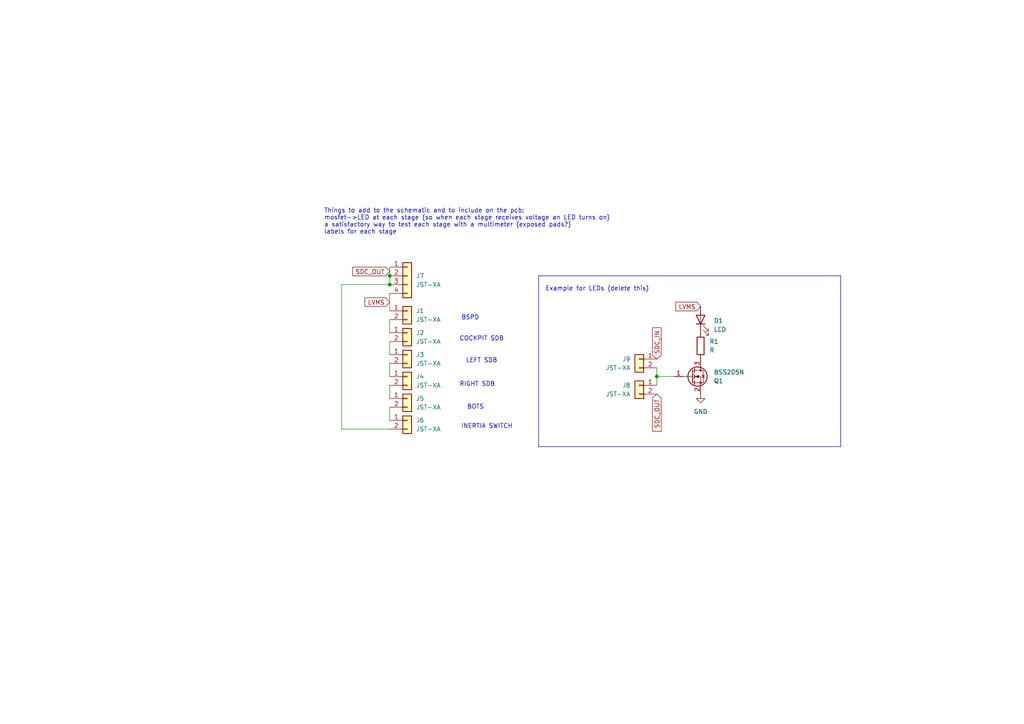
<source format=kicad_sch>
(kicad_sch
	(version 20250114)
	(generator "eeschema")
	(generator_version "9.0")
	(uuid "b296b2e3-589e-4215-8d69-96257576fa6f")
	(paper "A4")
	(lib_symbols
		(symbol "Custom_MSM:Connector_JST-XA_2POS"
			(pin_names
				(offset 1.016)
				(hide yes)
			)
			(exclude_from_sim no)
			(in_bom yes)
			(on_board yes)
			(property "Reference" "J"
				(at 0 2.54 0)
				(effects
					(font
						(size 1.27 1.27)
					)
				)
			)
			(property "Value" "JST-XA"
				(at 0 -5.08 0)
				(effects
					(font
						(size 1.27 1.27)
					)
				)
			)
			(property "Footprint" "Custom_MSM:Connector_JST-XA_2POS"
				(at 0 0 0)
				(effects
					(font
						(size 1.27 1.27)
					)
					(hide yes)
				)
			)
			(property "Datasheet" "https://www.jst.com/wp-content/uploads/2021/01/eXA-WB-new.pdf"
				(at 0 0 0)
				(effects
					(font
						(size 1.27 1.27)
					)
					(hide yes)
				)
			)
			(property "Description" "MSM standard 2-pin JST-XA connector"
				(at 0 0 0)
				(effects
					(font
						(size 1.27 1.27)
					)
					(hide yes)
				)
			)
			(property "MFN" "JST"
				(at 0 0 0)
				(effects
					(font
						(size 1.27 1.27)
					)
					(hide yes)
				)
			)
			(property "MFP" "B02B-XASK-1"
				(at 0 0 0)
				(effects
					(font
						(size 1.27 1.27)
					)
					(hide yes)
				)
			)
			(property "S1PN" "306-B02BXASK1LFSNP"
				(at 0 0 0)
				(effects
					(font
						(size 1.27 1.27)
					)
					(hide yes)
				)
			)
			(property "S1PL" "https://mou.sr/47CbilP"
				(at 0 0 0)
				(effects
					(font
						(size 1.27 1.27)
					)
					(hide yes)
				)
			)
			(property "S2PN" "455-B02B-XASK-1-ND"
				(at 0 0 0)
				(effects
					(font
						(size 1.27 1.27)
					)
					(hide yes)
				)
			)
			(property "S2PL" "https://www.digikey.co.uk/short/91htv4bz"
				(at 0 0 0)
				(effects
					(font
						(size 1.27 1.27)
					)
					(hide yes)
				)
			)
			(property "ki_keywords" "Connector JST XA JST-XA 2pos Vertical"
				(at 0 0 0)
				(effects
					(font
						(size 1.27 1.27)
					)
					(hide yes)
				)
			)
			(property "ki_fp_filters" "Connector*:*_1x??_*"
				(at 0 0 0)
				(effects
					(font
						(size 1.27 1.27)
					)
					(hide yes)
				)
			)
			(symbol "Connector_JST-XA_2POS_1_1"
				(rectangle
					(start -1.27 1.27)
					(end 1.27 -3.81)
					(stroke
						(width 0.254)
						(type default)
					)
					(fill
						(type background)
					)
				)
				(rectangle
					(start -1.27 0.127)
					(end 0 -0.127)
					(stroke
						(width 0.1524)
						(type default)
					)
					(fill
						(type none)
					)
				)
				(rectangle
					(start -1.27 -2.413)
					(end 0 -2.667)
					(stroke
						(width 0.1524)
						(type default)
					)
					(fill
						(type none)
					)
				)
				(pin passive line
					(at -5.08 0 0)
					(length 3.81)
					(name "Pin_1"
						(effects
							(font
								(size 1.27 1.27)
							)
						)
					)
					(number "1"
						(effects
							(font
								(size 1.27 1.27)
							)
						)
					)
				)
				(pin passive line
					(at -5.08 -2.54 0)
					(length 3.81)
					(name "Pin_2"
						(effects
							(font
								(size 1.27 1.27)
							)
						)
					)
					(number "2"
						(effects
							(font
								(size 1.27 1.27)
							)
						)
					)
				)
			)
			(embedded_fonts no)
		)
		(symbol "Custom_MSM:Connector_JST-XA_4POS"
			(pin_names
				(offset 1.016)
				(hide yes)
			)
			(exclude_from_sim no)
			(in_bom yes)
			(on_board yes)
			(property "Reference" "J"
				(at 0 5.08 0)
				(effects
					(font
						(size 1.27 1.27)
					)
				)
			)
			(property "Value" "JST-XA"
				(at 0 -7.62 0)
				(effects
					(font
						(size 1.27 1.27)
					)
				)
			)
			(property "Footprint" "Custom_MSM:Connector_JST-XA_4POS"
				(at 0 0 0)
				(effects
					(font
						(size 1.27 1.27)
					)
					(hide yes)
				)
			)
			(property "Datasheet" "https://www.jst.com/wp-content/uploads/2021/01/eXA-WB-new.pdf"
				(at 0 0 0)
				(effects
					(font
						(size 1.27 1.27)
					)
					(hide yes)
				)
			)
			(property "Description" "MSM standard 4-pin JST-XA connector"
				(at 0 0 0)
				(effects
					(font
						(size 1.27 1.27)
					)
					(hide yes)
				)
			)
			(property "MFN" "JST"
				(at 0 0 0)
				(effects
					(font
						(size 1.27 1.27)
					)
					(hide yes)
				)
			)
			(property "MFP" "B04B-XASK-1"
				(at 0 0 0)
				(effects
					(font
						(size 1.27 1.27)
					)
					(hide yes)
				)
			)
			(property "S1PN" "306-B04BXASK1LFSN"
				(at 0 0 0)
				(effects
					(font
						(size 1.27 1.27)
					)
					(hide yes)
				)
			)
			(property "S1PL" "https://mou.sr/43UoK3k"
				(at 0 0 0)
				(effects
					(font
						(size 1.27 1.27)
					)
					(hide yes)
				)
			)
			(property "S2PN" "455-B04B-XASK-1-ND"
				(at 0 0 0)
				(effects
					(font
						(size 1.27 1.27)
					)
					(hide yes)
				)
			)
			(property "S2PL" "https://www.digikey.co.uk/short/bqqfzrzt"
				(at 0 0 0)
				(effects
					(font
						(size 1.27 1.27)
					)
					(hide yes)
				)
			)
			(property "ki_keywords" "Connector JST XA JST-XA 4pos Vertical"
				(at 0 0 0)
				(effects
					(font
						(size 1.27 1.27)
					)
					(hide yes)
				)
			)
			(property "ki_fp_filters" "Connector*:*_1x??_*"
				(at 0 0 0)
				(effects
					(font
						(size 1.27 1.27)
					)
					(hide yes)
				)
			)
			(symbol "Connector_JST-XA_4POS_1_1"
				(rectangle
					(start -1.27 3.81)
					(end 1.27 -6.35)
					(stroke
						(width 0.254)
						(type default)
					)
					(fill
						(type background)
					)
				)
				(rectangle
					(start -1.27 2.667)
					(end 0 2.413)
					(stroke
						(width 0.1524)
						(type default)
					)
					(fill
						(type none)
					)
				)
				(rectangle
					(start -1.27 0.127)
					(end 0 -0.127)
					(stroke
						(width 0.1524)
						(type default)
					)
					(fill
						(type none)
					)
				)
				(rectangle
					(start -1.27 -2.413)
					(end 0 -2.667)
					(stroke
						(width 0.1524)
						(type default)
					)
					(fill
						(type none)
					)
				)
				(rectangle
					(start -1.27 -4.953)
					(end 0 -5.207)
					(stroke
						(width 0.1524)
						(type default)
					)
					(fill
						(type none)
					)
				)
				(pin passive line
					(at -5.08 2.54 0)
					(length 3.81)
					(name "Pin_1"
						(effects
							(font
								(size 1.27 1.27)
							)
						)
					)
					(number "1"
						(effects
							(font
								(size 1.27 1.27)
							)
						)
					)
				)
				(pin passive line
					(at -5.08 0 0)
					(length 3.81)
					(name "Pin_2"
						(effects
							(font
								(size 1.27 1.27)
							)
						)
					)
					(number "2"
						(effects
							(font
								(size 1.27 1.27)
							)
						)
					)
				)
				(pin passive line
					(at -5.08 -2.54 0)
					(length 3.81)
					(name "Pin_3"
						(effects
							(font
								(size 1.27 1.27)
							)
						)
					)
					(number "3"
						(effects
							(font
								(size 1.27 1.27)
							)
						)
					)
				)
				(pin passive line
					(at -5.08 -5.08 0)
					(length 3.81)
					(name "Pin_4"
						(effects
							(font
								(size 1.27 1.27)
							)
						)
					)
					(number "4"
						(effects
							(font
								(size 1.27 1.27)
							)
						)
					)
				)
			)
			(embedded_fonts no)
		)
		(symbol "Custom_MSM:MOSFET_N-CH"
			(pin_names
				(offset 0)
				(hide yes)
			)
			(exclude_from_sim no)
			(in_bom yes)
			(on_board yes)
			(property "Reference" "Q"
				(at 5.08 1.905 0)
				(effects
					(font
						(size 1.27 1.27)
					)
					(justify left)
				)
			)
			(property "Value" "BSS205N"
				(at 5.08 0 0)
				(effects
					(font
						(size 1.27 1.27)
					)
					(justify left)
				)
			)
			(property "Footprint" "Custom_MSM:MOSFET_Single_SOT-23"
				(at 5.08 2.54 0)
				(effects
					(font
						(size 1.27 1.27)
					)
					(hide yes)
				)
			)
			(property "Datasheet" "https://www.infineon.com/dgdl/BSS205N_Rev2.4.pdf?folderId=db3a3043156fd573011622e10b5c1f67&fileId=db3a304330f686060131091244950062"
				(at 0 0 0)
				(effects
					(font
						(size 1.27 1.27)
					)
					(hide yes)
				)
			)
			(property "Description" "MSM standard 3-pin N-Channel MOSFET"
				(at 0 0 0)
				(effects
					(font
						(size 1.27 1.27)
					)
					(hide yes)
				)
			)
			(property "MFN" "Infineon"
				(at 0 0 0)
				(effects
					(font
						(size 1.27 1.27)
					)
					(hide yes)
				)
			)
			(property "MFP" "BSS205NH6327XTSA1"
				(at 0 0 0)
				(effects
					(font
						(size 1.27 1.27)
					)
					(hide yes)
				)
			)
			(property "S1PN" "726-BSS205NH6327"
				(at 0 0 0)
				(effects
					(font
						(size 1.27 1.27)
					)
					(hide yes)
				)
			)
			(property "S1PL" "https://mou.sr/3WyFwkN"
				(at 0 0 0)
				(effects
					(font
						(size 1.27 1.27)
					)
					(hide yes)
				)
			)
			(property "S2PN" "BSS205NH6327XTSA1CT-ND"
				(at 0 0 0)
				(effects
					(font
						(size 1.27 1.27)
					)
					(hide yes)
				)
			)
			(property "S2PL" "https://www.digikey.co.uk/short/wdw0q373"
				(at 0 0 0)
				(effects
					(font
						(size 1.27 1.27)
					)
					(hide yes)
				)
			)
			(property "ki_keywords" "TSOT-23 SOT-23 MOSFET Single FET P-Channel N-Channel P N Channel"
				(at 0 0 0)
				(effects
					(font
						(size 1.27 1.27)
					)
					(hide yes)
				)
			)
			(symbol "MOSFET_N-CH_0_1"
				(polyline
					(pts
						(xy 0.254 1.905) (xy 0.254 -1.905)
					)
					(stroke
						(width 0.254)
						(type default)
					)
					(fill
						(type none)
					)
				)
				(polyline
					(pts
						(xy 0.254 0) (xy -2.54 0)
					)
					(stroke
						(width 0)
						(type default)
					)
					(fill
						(type none)
					)
				)
				(polyline
					(pts
						(xy 0.762 2.286) (xy 0.762 1.27)
					)
					(stroke
						(width 0.254)
						(type default)
					)
					(fill
						(type none)
					)
				)
				(polyline
					(pts
						(xy 0.762 0.508) (xy 0.762 -0.508)
					)
					(stroke
						(width 0.254)
						(type default)
					)
					(fill
						(type none)
					)
				)
				(polyline
					(pts
						(xy 0.762 -1.27) (xy 0.762 -2.286)
					)
					(stroke
						(width 0.254)
						(type default)
					)
					(fill
						(type none)
					)
				)
				(polyline
					(pts
						(xy 0.762 -1.778) (xy 3.302 -1.778) (xy 3.302 1.778) (xy 0.762 1.778)
					)
					(stroke
						(width 0)
						(type default)
					)
					(fill
						(type none)
					)
				)
				(polyline
					(pts
						(xy 1.016 0) (xy 2.032 0.381) (xy 2.032 -0.381) (xy 1.016 0)
					)
					(stroke
						(width 0)
						(type default)
					)
					(fill
						(type outline)
					)
				)
				(circle
					(center 1.651 0)
					(radius 2.794)
					(stroke
						(width 0.254)
						(type default)
					)
					(fill
						(type none)
					)
				)
				(polyline
					(pts
						(xy 2.54 2.54) (xy 2.54 1.778)
					)
					(stroke
						(width 0)
						(type default)
					)
					(fill
						(type none)
					)
				)
				(circle
					(center 2.54 1.778)
					(radius 0.254)
					(stroke
						(width 0)
						(type default)
					)
					(fill
						(type outline)
					)
				)
				(circle
					(center 2.54 -1.778)
					(radius 0.254)
					(stroke
						(width 0)
						(type default)
					)
					(fill
						(type outline)
					)
				)
				(polyline
					(pts
						(xy 2.54 -2.54) (xy 2.54 0) (xy 0.762 0)
					)
					(stroke
						(width 0)
						(type default)
					)
					(fill
						(type none)
					)
				)
				(polyline
					(pts
						(xy 2.921 0.381) (xy 3.683 0.381)
					)
					(stroke
						(width 0)
						(type default)
					)
					(fill
						(type none)
					)
				)
				(polyline
					(pts
						(xy 3.302 0.381) (xy 2.921 -0.254) (xy 3.683 -0.254) (xy 3.302 0.381)
					)
					(stroke
						(width 0)
						(type default)
					)
					(fill
						(type none)
					)
				)
			)
			(symbol "MOSFET_N-CH_1_1"
				(pin input line
					(at -5.08 0 0)
					(length 2.54)
					(name "G"
						(effects
							(font
								(size 1.27 1.27)
							)
						)
					)
					(number "1"
						(effects
							(font
								(size 1.27 1.27)
							)
						)
					)
				)
				(pin passive line
					(at 2.54 5.08 270)
					(length 2.54)
					(name "D"
						(effects
							(font
								(size 1.27 1.27)
							)
						)
					)
					(number "3"
						(effects
							(font
								(size 1.27 1.27)
							)
						)
					)
				)
				(pin passive line
					(at 2.54 -5.08 90)
					(length 2.54)
					(name "S"
						(effects
							(font
								(size 1.27 1.27)
							)
						)
					)
					(number "2"
						(effects
							(font
								(size 1.27 1.27)
							)
						)
					)
				)
			)
			(embedded_fonts no)
		)
		(symbol "Device:LED"
			(pin_numbers
				(hide yes)
			)
			(pin_names
				(offset 1.016)
				(hide yes)
			)
			(exclude_from_sim no)
			(in_bom yes)
			(on_board yes)
			(property "Reference" "D"
				(at 0 2.54 0)
				(effects
					(font
						(size 1.27 1.27)
					)
				)
			)
			(property "Value" "LED"
				(at 0 -2.54 0)
				(effects
					(font
						(size 1.27 1.27)
					)
				)
			)
			(property "Footprint" ""
				(at 0 0 0)
				(effects
					(font
						(size 1.27 1.27)
					)
					(hide yes)
				)
			)
			(property "Datasheet" "~"
				(at 0 0 0)
				(effects
					(font
						(size 1.27 1.27)
					)
					(hide yes)
				)
			)
			(property "Description" "Light emitting diode"
				(at 0 0 0)
				(effects
					(font
						(size 1.27 1.27)
					)
					(hide yes)
				)
			)
			(property "Sim.Pins" "1=K 2=A"
				(at 0 0 0)
				(effects
					(font
						(size 1.27 1.27)
					)
					(hide yes)
				)
			)
			(property "ki_keywords" "LED diode"
				(at 0 0 0)
				(effects
					(font
						(size 1.27 1.27)
					)
					(hide yes)
				)
			)
			(property "ki_fp_filters" "LED* LED_SMD:* LED_THT:*"
				(at 0 0 0)
				(effects
					(font
						(size 1.27 1.27)
					)
					(hide yes)
				)
			)
			(symbol "LED_0_1"
				(polyline
					(pts
						(xy -3.048 -0.762) (xy -4.572 -2.286) (xy -3.81 -2.286) (xy -4.572 -2.286) (xy -4.572 -1.524)
					)
					(stroke
						(width 0)
						(type default)
					)
					(fill
						(type none)
					)
				)
				(polyline
					(pts
						(xy -1.778 -0.762) (xy -3.302 -2.286) (xy -2.54 -2.286) (xy -3.302 -2.286) (xy -3.302 -1.524)
					)
					(stroke
						(width 0)
						(type default)
					)
					(fill
						(type none)
					)
				)
				(polyline
					(pts
						(xy -1.27 0) (xy 1.27 0)
					)
					(stroke
						(width 0)
						(type default)
					)
					(fill
						(type none)
					)
				)
				(polyline
					(pts
						(xy -1.27 -1.27) (xy -1.27 1.27)
					)
					(stroke
						(width 0.254)
						(type default)
					)
					(fill
						(type none)
					)
				)
				(polyline
					(pts
						(xy 1.27 -1.27) (xy 1.27 1.27) (xy -1.27 0) (xy 1.27 -1.27)
					)
					(stroke
						(width 0.254)
						(type default)
					)
					(fill
						(type none)
					)
				)
			)
			(symbol "LED_1_1"
				(pin passive line
					(at -3.81 0 0)
					(length 2.54)
					(name "K"
						(effects
							(font
								(size 1.27 1.27)
							)
						)
					)
					(number "1"
						(effects
							(font
								(size 1.27 1.27)
							)
						)
					)
				)
				(pin passive line
					(at 3.81 0 180)
					(length 2.54)
					(name "A"
						(effects
							(font
								(size 1.27 1.27)
							)
						)
					)
					(number "2"
						(effects
							(font
								(size 1.27 1.27)
							)
						)
					)
				)
			)
			(embedded_fonts no)
		)
		(symbol "Device:R"
			(pin_numbers
				(hide yes)
			)
			(pin_names
				(offset 0)
			)
			(exclude_from_sim no)
			(in_bom yes)
			(on_board yes)
			(property "Reference" "R"
				(at 2.032 0 90)
				(effects
					(font
						(size 1.27 1.27)
					)
				)
			)
			(property "Value" "R"
				(at 0 0 90)
				(effects
					(font
						(size 1.27 1.27)
					)
				)
			)
			(property "Footprint" ""
				(at -1.778 0 90)
				(effects
					(font
						(size 1.27 1.27)
					)
					(hide yes)
				)
			)
			(property "Datasheet" "~"
				(at 0 0 0)
				(effects
					(font
						(size 1.27 1.27)
					)
					(hide yes)
				)
			)
			(property "Description" "Resistor"
				(at 0 0 0)
				(effects
					(font
						(size 1.27 1.27)
					)
					(hide yes)
				)
			)
			(property "ki_keywords" "R res resistor"
				(at 0 0 0)
				(effects
					(font
						(size 1.27 1.27)
					)
					(hide yes)
				)
			)
			(property "ki_fp_filters" "R_*"
				(at 0 0 0)
				(effects
					(font
						(size 1.27 1.27)
					)
					(hide yes)
				)
			)
			(symbol "R_0_1"
				(rectangle
					(start -1.016 -2.54)
					(end 1.016 2.54)
					(stroke
						(width 0.254)
						(type default)
					)
					(fill
						(type none)
					)
				)
			)
			(symbol "R_1_1"
				(pin passive line
					(at 0 3.81 270)
					(length 1.27)
					(name "~"
						(effects
							(font
								(size 1.27 1.27)
							)
						)
					)
					(number "1"
						(effects
							(font
								(size 1.27 1.27)
							)
						)
					)
				)
				(pin passive line
					(at 0 -3.81 90)
					(length 1.27)
					(name "~"
						(effects
							(font
								(size 1.27 1.27)
							)
						)
					)
					(number "2"
						(effects
							(font
								(size 1.27 1.27)
							)
						)
					)
				)
			)
			(embedded_fonts no)
		)
		(symbol "power:GND"
			(power)
			(pin_numbers
				(hide yes)
			)
			(pin_names
				(offset 0)
				(hide yes)
			)
			(exclude_from_sim no)
			(in_bom yes)
			(on_board yes)
			(property "Reference" "#PWR"
				(at 0 -6.35 0)
				(effects
					(font
						(size 1.27 1.27)
					)
					(hide yes)
				)
			)
			(property "Value" "GND"
				(at 0 -3.81 0)
				(effects
					(font
						(size 1.27 1.27)
					)
				)
			)
			(property "Footprint" ""
				(at 0 0 0)
				(effects
					(font
						(size 1.27 1.27)
					)
					(hide yes)
				)
			)
			(property "Datasheet" ""
				(at 0 0 0)
				(effects
					(font
						(size 1.27 1.27)
					)
					(hide yes)
				)
			)
			(property "Description" "Power symbol creates a global label with name \"GND\" , ground"
				(at 0 0 0)
				(effects
					(font
						(size 1.27 1.27)
					)
					(hide yes)
				)
			)
			(property "ki_keywords" "global power"
				(at 0 0 0)
				(effects
					(font
						(size 1.27 1.27)
					)
					(hide yes)
				)
			)
			(symbol "GND_0_1"
				(polyline
					(pts
						(xy 0 0) (xy 0 -1.27) (xy 1.27 -1.27) (xy 0 -2.54) (xy -1.27 -1.27) (xy 0 -1.27)
					)
					(stroke
						(width 0)
						(type default)
					)
					(fill
						(type none)
					)
				)
			)
			(symbol "GND_1_1"
				(pin power_in line
					(at 0 0 270)
					(length 0)
					(name "~"
						(effects
							(font
								(size 1.27 1.27)
							)
						)
					)
					(number "1"
						(effects
							(font
								(size 1.27 1.27)
							)
						)
					)
				)
			)
			(embedded_fonts no)
		)
	)
	(rectangle
		(start 156.21 80.01)
		(end 243.84 129.54)
		(stroke
			(width 0)
			(type default)
		)
		(fill
			(type none)
		)
		(uuid deed4acc-18e6-49ef-aa66-ae6c8f3b8e3a)
	)
	(text "LEFT SDB\n"
		(exclude_from_sim no)
		(at 139.7 104.648 0)
		(effects
			(font
				(size 1.27 1.27)
			)
		)
		(uuid "00606e22-d457-4c2f-a312-d060fe5388ed")
	)
	(text "BOTS"
		(exclude_from_sim no)
		(at 137.922 118.11 0)
		(effects
			(font
				(size 1.27 1.27)
			)
		)
		(uuid "08f0f193-25f2-4ce0-83e1-a389f688a4e5")
	)
	(text "Things to add to the schematic and to include on the pcb:\nmosfet->LED at each stage (so when each stage receives voltage an LED turns on)\na satisfactory way to test each stage with a multimeter (exposed pads?)\nlabels for each stage"
		(exclude_from_sim no)
		(at 93.98 64.262 0)
		(effects
			(font
				(size 1.27 1.27)
			)
			(justify left)
		)
		(uuid "183806e1-24b3-4bec-a5b8-6f1b290eb42d")
	)
	(text "INERTIA SWITCH"
		(exclude_from_sim no)
		(at 141.224 123.698 0)
		(effects
			(font
				(size 1.27 1.27)
			)
		)
		(uuid "2e8d075c-333c-4f6d-b1c1-0b9da2759d78")
	)
	(text "RIGHT SDB"
		(exclude_from_sim no)
		(at 138.43 111.506 0)
		(effects
			(font
				(size 1.27 1.27)
			)
		)
		(uuid "377e1af1-40b8-4145-b464-4893f5d438a3")
	)
	(text "BSPD"
		(exclude_from_sim no)
		(at 136.398 92.202 0)
		(effects
			(font
				(size 1.27 1.27)
			)
		)
		(uuid "42d543a2-259f-4135-8f76-7162f8ec79aa")
	)
	(text "Example for LEDs (delete this)"
		(exclude_from_sim no)
		(at 173.228 83.82 0)
		(effects
			(font
				(size 1.27 1.27)
			)
		)
		(uuid "6d14f871-1949-4d83-b2af-d51065fdfe08")
	)
	(text "COCKPIT SDB"
		(exclude_from_sim no)
		(at 139.7 98.298 0)
		(effects
			(font
				(size 1.27 1.27)
			)
		)
		(uuid "822ee22f-6056-435a-98f2-eae726a187b3")
	)
	(junction
		(at 113.03 80.01)
		(diameter 0)
		(color 0 0 0 0)
		(uuid "33a310d4-f664-4823-9b44-4215370e87ac")
	)
	(junction
		(at 190.5 109.22)
		(diameter 0)
		(color 0 0 0 0)
		(uuid "3630ecd4-6051-48c1-bf20-bd41879288b3")
	)
	(junction
		(at 113.03 82.55)
		(diameter 0)
		(color 0 0 0 0)
		(uuid "d4d6066b-02f4-495a-9bec-81b470f6d1d9")
	)
	(wire
		(pts
			(xy 113.03 85.09) (xy 113.03 90.17)
		)
		(stroke
			(width 0)
			(type default)
		)
		(uuid "03c03999-5bf8-4e0b-97ed-542e715b09d7")
	)
	(wire
		(pts
			(xy 195.58 109.22) (xy 190.5 109.22)
		)
		(stroke
			(width 0)
			(type default)
		)
		(uuid "0454aa23-cc8b-4eec-9b87-bbe9da0585fc")
	)
	(wire
		(pts
			(xy 113.03 118.11) (xy 113.03 121.92)
		)
		(stroke
			(width 0)
			(type default)
		)
		(uuid "0f3021f7-d067-421a-abe4-0493ce629d12")
	)
	(wire
		(pts
			(xy 99.06 82.55) (xy 113.03 82.55)
		)
		(stroke
			(width 0)
			(type default)
		)
		(uuid "11bf50ed-51fd-4286-a7c1-93618391f0e1")
	)
	(wire
		(pts
			(xy 113.03 124.46) (xy 99.06 124.46)
		)
		(stroke
			(width 0)
			(type default)
		)
		(uuid "1ddfe3f2-3e0e-4ed6-8381-671c2a519f52")
	)
	(wire
		(pts
			(xy 113.03 92.71) (xy 113.03 96.52)
		)
		(stroke
			(width 0)
			(type default)
		)
		(uuid "21735cea-9e9a-4cc4-b0d2-de6148a66026")
	)
	(wire
		(pts
			(xy 113.03 111.76) (xy 113.03 115.57)
		)
		(stroke
			(width 0)
			(type default)
		)
		(uuid "3adef1fe-c95a-4c99-acca-8da9d47c28a9")
	)
	(wire
		(pts
			(xy 99.06 124.46) (xy 99.06 82.55)
		)
		(stroke
			(width 0)
			(type default)
		)
		(uuid "4a309972-d99c-4266-8e05-7e06164ea898")
	)
	(wire
		(pts
			(xy 190.5 111.76) (xy 190.5 109.22)
		)
		(stroke
			(width 0)
			(type default)
		)
		(uuid "6752269a-41d0-4cf5-82ba-c769d85dbab8")
	)
	(wire
		(pts
			(xy 113.03 77.47) (xy 113.03 80.01)
		)
		(stroke
			(width 0)
			(type default)
		)
		(uuid "8e943df9-cc83-4bb4-a26e-78afaceb33a1")
	)
	(wire
		(pts
			(xy 113.03 99.06) (xy 113.03 102.87)
		)
		(stroke
			(width 0)
			(type default)
		)
		(uuid "a01cce55-a5c8-4bb3-84da-01f5b09cf606")
	)
	(wire
		(pts
			(xy 190.5 109.22) (xy 190.5 106.68)
		)
		(stroke
			(width 0)
			(type default)
		)
		(uuid "c999c17c-c194-4a5b-b38c-03dab300beed")
	)
	(wire
		(pts
			(xy 113.03 80.01) (xy 113.03 82.55)
		)
		(stroke
			(width 0)
			(type default)
		)
		(uuid "e808eb38-3c45-400a-b98b-6738d775441c")
	)
	(wire
		(pts
			(xy 113.03 105.41) (xy 113.03 109.22)
		)
		(stroke
			(width 0)
			(type default)
		)
		(uuid "ecba32fc-1737-48c3-9e1b-eee4d2fca819")
	)
	(global_label "LVMS"
		(shape input)
		(at 113.03 87.63 180)
		(fields_autoplaced yes)
		(effects
			(font
				(size 1.27 1.27)
			)
			(justify right)
		)
		(uuid "1809195d-069a-4668-bd9c-81f5cbb12fcb")
		(property "Intersheetrefs" "${INTERSHEET_REFS}"
			(at 105.2672 87.63 0)
			(effects
				(font
					(size 1.27 1.27)
				)
				(justify right)
				(hide yes)
			)
		)
	)
	(global_label "LVMS"
		(shape input)
		(at 203.2 88.9 180)
		(fields_autoplaced yes)
		(effects
			(font
				(size 1.27 1.27)
			)
			(justify right)
		)
		(uuid "7ffe4586-5d03-431d-9aa6-0a22c9df9fbf")
		(property "Intersheetrefs" "${INTERSHEET_REFS}"
			(at 195.4372 88.9 0)
			(effects
				(font
					(size 1.27 1.27)
				)
				(justify right)
				(hide yes)
			)
		)
	)
	(global_label "SDC_IN"
		(shape input)
		(at 190.5 104.14 90)
		(fields_autoplaced yes)
		(effects
			(font
				(size 1.27 1.27)
			)
			(justify left)
		)
		(uuid "87d5de69-c43a-4760-8c91-b649cbc5616e")
		(property "Intersheetrefs" "${INTERSHEET_REFS}"
			(at 190.5 94.5024 90)
			(effects
				(font
					(size 1.27 1.27)
				)
				(justify left)
				(hide yes)
			)
		)
	)
	(global_label "SDC_OUT"
		(shape input)
		(at 190.5 114.3 270)
		(fields_autoplaced yes)
		(effects
			(font
				(size 1.27 1.27)
			)
			(justify right)
		)
		(uuid "a989f5a9-7fbb-4ce8-bd81-d67d8eadca54")
		(property "Intersheetrefs" "${INTERSHEET_REFS}"
			(at 190.5 125.6309 90)
			(effects
				(font
					(size 1.27 1.27)
				)
				(justify right)
				(hide yes)
			)
		)
	)
	(global_label "SDC_OUT"
		(shape input)
		(at 113.03 78.74 180)
		(fields_autoplaced yes)
		(effects
			(font
				(size 1.27 1.27)
			)
			(justify right)
		)
		(uuid "fede0e70-6df1-4b82-8699-df22ae3cd91d")
		(property "Intersheetrefs" "${INTERSHEET_REFS}"
			(at 101.6991 78.74 0)
			(effects
				(font
					(size 1.27 1.27)
				)
				(justify right)
				(hide yes)
			)
		)
	)
	(symbol
		(lib_id "Device:LED")
		(at 203.2 92.71 90)
		(unit 1)
		(exclude_from_sim no)
		(in_bom yes)
		(on_board yes)
		(dnp no)
		(fields_autoplaced yes)
		(uuid "063e4a91-f6aa-46c8-8ea0-ba95f6cef89e")
		(property "Reference" "D1"
			(at 207.01 93.0274 90)
			(effects
				(font
					(size 1.27 1.27)
				)
				(justify right)
			)
		)
		(property "Value" "LED"
			(at 207.01 95.5674 90)
			(effects
				(font
					(size 1.27 1.27)
				)
				(justify right)
			)
		)
		(property "Footprint" ""
			(at 203.2 92.71 0)
			(effects
				(font
					(size 1.27 1.27)
				)
				(hide yes)
			)
		)
		(property "Datasheet" "~"
			(at 203.2 92.71 0)
			(effects
				(font
					(size 1.27 1.27)
				)
				(hide yes)
			)
		)
		(property "Description" "Light emitting diode"
			(at 203.2 92.71 0)
			(effects
				(font
					(size 1.27 1.27)
				)
				(hide yes)
			)
		)
		(property "Sim.Pins" "1=K 2=A"
			(at 203.2 92.71 0)
			(effects
				(font
					(size 1.27 1.27)
				)
				(hide yes)
			)
		)
		(pin "1"
			(uuid "551cd0c4-22c3-4b4e-b745-9471aaf0a3d7")
		)
		(pin "2"
			(uuid "718922b6-a152-4bc5-a5b7-d05cb4a90a22")
		)
		(instances
			(project ""
				(path "/b296b2e3-589e-4215-8d69-96257576fa6f"
					(reference "D1")
					(unit 1)
				)
			)
		)
	)
	(symbol
		(lib_id "Custom_MSM:Connector_JST-XA_2POS")
		(at 185.42 104.14 0)
		(mirror y)
		(unit 1)
		(exclude_from_sim no)
		(in_bom yes)
		(on_board yes)
		(dnp no)
		(uuid "1026d747-9eed-42ca-80d7-d2b1e272fb69")
		(property "Reference" "J9"
			(at 182.88 104.1399 0)
			(effects
				(font
					(size 1.27 1.27)
				)
				(justify left)
			)
		)
		(property "Value" "JST-XA"
			(at 182.88 106.6799 0)
			(effects
				(font
					(size 1.27 1.27)
				)
				(justify left)
			)
		)
		(property "Footprint" "Custom_MSM:Connector_JST-XA_2POS"
			(at 185.42 104.14 0)
			(effects
				(font
					(size 1.27 1.27)
				)
				(hide yes)
			)
		)
		(property "Datasheet" "https://www.jst.com/wp-content/uploads/2021/01/eXA-WB-new.pdf"
			(at 185.42 104.14 0)
			(effects
				(font
					(size 1.27 1.27)
				)
				(hide yes)
			)
		)
		(property "Description" "MSM standard 2-pin JST-XA connector"
			(at 185.42 104.14 0)
			(effects
				(font
					(size 1.27 1.27)
				)
				(hide yes)
			)
		)
		(property "MFN" "JST"
			(at 185.42 104.14 0)
			(effects
				(font
					(size 1.27 1.27)
				)
				(hide yes)
			)
		)
		(property "MFP" "B02B-XASK-1"
			(at 185.42 104.14 0)
			(effects
				(font
					(size 1.27 1.27)
				)
				(hide yes)
			)
		)
		(property "S1PN" "306-B02BXASK1LFSNP"
			(at 185.42 104.14 0)
			(effects
				(font
					(size 1.27 1.27)
				)
				(hide yes)
			)
		)
		(property "S1PL" "https://mou.sr/47CbilP"
			(at 185.42 104.14 0)
			(effects
				(font
					(size 1.27 1.27)
				)
				(hide yes)
			)
		)
		(property "S2PN" "455-B02B-XASK-1-ND"
			(at 185.42 104.14 0)
			(effects
				(font
					(size 1.27 1.27)
				)
				(hide yes)
			)
		)
		(property "S2PL" "https://www.digikey.co.uk/short/91htv4bz"
			(at 185.42 104.14 0)
			(effects
				(font
					(size 1.27 1.27)
				)
				(hide yes)
			)
		)
		(pin "1"
			(uuid "74c7ba88-ada9-4eff-b589-3c0f12defd0d")
		)
		(pin "2"
			(uuid "b719ecf5-9cb7-4181-b2ae-d94e2d6c2408")
		)
		(instances
			(project "IC_SDC_Hub V2.0"
				(path "/b296b2e3-589e-4215-8d69-96257576fa6f"
					(reference "J9")
					(unit 1)
				)
			)
		)
	)
	(symbol
		(lib_id "Device:R")
		(at 203.2 100.33 0)
		(unit 1)
		(exclude_from_sim no)
		(in_bom no)
		(on_board no)
		(dnp no)
		(fields_autoplaced yes)
		(uuid "10dea782-aa51-43c6-a6d7-3b89e8749954")
		(property "Reference" "R1"
			(at 205.74 99.0599 0)
			(effects
				(font
					(size 1.27 1.27)
				)
				(justify left)
			)
		)
		(property "Value" "R"
			(at 205.74 101.5999 0)
			(effects
				(font
					(size 1.27 1.27)
				)
				(justify left)
			)
		)
		(property "Footprint" ""
			(at 201.422 100.33 90)
			(effects
				(font
					(size 1.27 1.27)
				)
				(hide yes)
			)
		)
		(property "Datasheet" "~"
			(at 203.2 100.33 0)
			(effects
				(font
					(size 1.27 1.27)
				)
				(hide yes)
			)
		)
		(property "Description" "Resistor"
			(at 203.2 100.33 0)
			(effects
				(font
					(size 1.27 1.27)
				)
				(hide yes)
			)
		)
		(pin "1"
			(uuid "cc6bb1a0-34f8-4189-975b-270c61858f86")
		)
		(pin "2"
			(uuid "d07348b8-b79c-49c9-95ac-5c0c45f497f9")
		)
		(instances
			(project ""
				(path "/b296b2e3-589e-4215-8d69-96257576fa6f"
					(reference "R1")
					(unit 1)
				)
			)
		)
	)
	(symbol
		(lib_id "Custom_MSM:Connector_JST-XA_4POS")
		(at 118.11 80.01 0)
		(unit 1)
		(exclude_from_sim no)
		(in_bom yes)
		(on_board yes)
		(dnp no)
		(fields_autoplaced yes)
		(uuid "28a4c6fb-d315-4408-bbec-f9574fc868d2")
		(property "Reference" "J7"
			(at 120.65 80.0099 0)
			(effects
				(font
					(size 1.27 1.27)
				)
				(justify left)
			)
		)
		(property "Value" "JST-XA"
			(at 120.65 82.5499 0)
			(effects
				(font
					(size 1.27 1.27)
				)
				(justify left)
			)
		)
		(property "Footprint" "Custom_MSM:Connector_JST-XA_4POS"
			(at 118.11 80.01 0)
			(effects
				(font
					(size 1.27 1.27)
				)
				(hide yes)
			)
		)
		(property "Datasheet" "https://www.jst.com/wp-content/uploads/2021/01/eXA-WB-new.pdf"
			(at 118.11 80.01 0)
			(effects
				(font
					(size 1.27 1.27)
				)
				(hide yes)
			)
		)
		(property "Description" "MSM standard 4-pin JST-XA connector"
			(at 118.11 80.01 0)
			(effects
				(font
					(size 1.27 1.27)
				)
				(hide yes)
			)
		)
		(property "MFN" "JST"
			(at 118.11 80.01 0)
			(effects
				(font
					(size 1.27 1.27)
				)
				(hide yes)
			)
		)
		(property "MFP" "B04B-XASK-1"
			(at 118.11 80.01 0)
			(effects
				(font
					(size 1.27 1.27)
				)
				(hide yes)
			)
		)
		(property "S1PN" "306-B04BXASK1LFSN"
			(at 118.11 80.01 0)
			(effects
				(font
					(size 1.27 1.27)
				)
				(hide yes)
			)
		)
		(property "S1PL" "https://mou.sr/43UoK3k"
			(at 118.11 80.01 0)
			(effects
				(font
					(size 1.27 1.27)
				)
				(hide yes)
			)
		)
		(property "S2PN" "455-B04B-XASK-1-ND"
			(at 118.11 80.01 0)
			(effects
				(font
					(size 1.27 1.27)
				)
				(hide yes)
			)
		)
		(property "S2PL" "https://www.digikey.co.uk/short/bqqfzrzt"
			(at 118.11 80.01 0)
			(effects
				(font
					(size 1.27 1.27)
				)
				(hide yes)
			)
		)
		(pin "2"
			(uuid "db968958-bb64-46cc-a695-2e5dfa5dd847")
		)
		(pin "3"
			(uuid "2dce5099-36a1-4c95-8840-8ab7247d761f")
		)
		(pin "4"
			(uuid "a8efb6d6-6486-4780-99d3-d2029d43b731")
		)
		(pin "1"
			(uuid "c9500183-6415-47df-ad1f-3f9317f8e75c")
		)
		(instances
			(project ""
				(path "/b296b2e3-589e-4215-8d69-96257576fa6f"
					(reference "J7")
					(unit 1)
				)
			)
		)
	)
	(symbol
		(lib_id "Custom_MSM:MOSFET_N-CH")
		(at 200.66 109.22 0)
		(unit 1)
		(exclude_from_sim no)
		(in_bom no)
		(on_board no)
		(dnp no)
		(fields_autoplaced yes)
		(uuid "2933cd71-3ab1-4a1a-a101-391d8e29f3bf")
		(property "Reference" "Q1"
			(at 207.01 110.4901 0)
			(effects
				(font
					(size 1.27 1.27)
				)
				(justify left)
			)
		)
		(property "Value" "BSS205N"
			(at 207.01 107.9501 0)
			(effects
				(font
					(size 1.27 1.27)
				)
				(justify left)
			)
		)
		(property "Footprint" "Custom_MSM:MOSFET_Single_SOT-23"
			(at 205.74 106.68 0)
			(effects
				(font
					(size 1.27 1.27)
				)
				(hide yes)
			)
		)
		(property "Datasheet" "https://www.infineon.com/dgdl/BSS205N_Rev2.4.pdf?folderId=db3a3043156fd573011622e10b5c1f67&fileId=db3a304330f686060131091244950062"
			(at 200.66 109.22 0)
			(effects
				(font
					(size 1.27 1.27)
				)
				(hide yes)
			)
		)
		(property "Description" "MSM standard 3-pin N-Channel MOSFET"
			(at 200.66 109.22 0)
			(effects
				(font
					(size 1.27 1.27)
				)
				(hide yes)
			)
		)
		(property "MFN" "Infineon"
			(at 200.66 109.22 0)
			(effects
				(font
					(size 1.27 1.27)
				)
				(hide yes)
			)
		)
		(property "MFP" "BSS205NH6327XTSA1"
			(at 200.66 109.22 0)
			(effects
				(font
					(size 1.27 1.27)
				)
				(hide yes)
			)
		)
		(property "S1PN" "726-BSS205NH6327"
			(at 200.66 109.22 0)
			(effects
				(font
					(size 1.27 1.27)
				)
				(hide yes)
			)
		)
		(property "S1PL" "https://mou.sr/3WyFwkN"
			(at 200.66 109.22 0)
			(effects
				(font
					(size 1.27 1.27)
				)
				(hide yes)
			)
		)
		(property "S2PN" "BSS205NH6327XTSA1CT-ND"
			(at 200.66 109.22 0)
			(effects
				(font
					(size 1.27 1.27)
				)
				(hide yes)
			)
		)
		(property "S2PL" "https://www.digikey.co.uk/short/wdw0q373"
			(at 200.66 109.22 0)
			(effects
				(font
					(size 1.27 1.27)
				)
				(hide yes)
			)
		)
		(pin "1"
			(uuid "0cfcdf65-8707-4aee-aa61-6dc53ebb751b")
		)
		(pin "2"
			(uuid "7dd75047-db00-4935-80c9-635ea11012bf")
		)
		(pin "3"
			(uuid "fc330680-60e5-4ccf-9632-cd037b5e9ae6")
		)
		(instances
			(project ""
				(path "/b296b2e3-589e-4215-8d69-96257576fa6f"
					(reference "Q1")
					(unit 1)
				)
			)
		)
	)
	(symbol
		(lib_id "Custom_MSM:Connector_JST-XA_2POS")
		(at 185.42 111.76 0)
		(mirror y)
		(unit 1)
		(exclude_from_sim no)
		(in_bom yes)
		(on_board yes)
		(dnp no)
		(uuid "294b4f02-b894-4d75-82d2-0a89de90d7ff")
		(property "Reference" "J8"
			(at 182.88 111.7599 0)
			(effects
				(font
					(size 1.27 1.27)
				)
				(justify left)
			)
		)
		(property "Value" "JST-XA"
			(at 182.88 114.2999 0)
			(effects
				(font
					(size 1.27 1.27)
				)
				(justify left)
			)
		)
		(property "Footprint" "Custom_MSM:Connector_JST-XA_2POS"
			(at 185.42 111.76 0)
			(effects
				(font
					(size 1.27 1.27)
				)
				(hide yes)
			)
		)
		(property "Datasheet" "https://www.jst.com/wp-content/uploads/2021/01/eXA-WB-new.pdf"
			(at 185.42 111.76 0)
			(effects
				(font
					(size 1.27 1.27)
				)
				(hide yes)
			)
		)
		(property "Description" "MSM standard 2-pin JST-XA connector"
			(at 185.42 111.76 0)
			(effects
				(font
					(size 1.27 1.27)
				)
				(hide yes)
			)
		)
		(property "MFN" "JST"
			(at 185.42 111.76 0)
			(effects
				(font
					(size 1.27 1.27)
				)
				(hide yes)
			)
		)
		(property "MFP" "B02B-XASK-1"
			(at 185.42 111.76 0)
			(effects
				(font
					(size 1.27 1.27)
				)
				(hide yes)
			)
		)
		(property "S1PN" "306-B02BXASK1LFSNP"
			(at 185.42 111.76 0)
			(effects
				(font
					(size 1.27 1.27)
				)
				(hide yes)
			)
		)
		(property "S1PL" "https://mou.sr/47CbilP"
			(at 185.42 111.76 0)
			(effects
				(font
					(size 1.27 1.27)
				)
				(hide yes)
			)
		)
		(property "S2PN" "455-B02B-XASK-1-ND"
			(at 185.42 111.76 0)
			(effects
				(font
					(size 1.27 1.27)
				)
				(hide yes)
			)
		)
		(property "S2PL" "https://www.digikey.co.uk/short/91htv4bz"
			(at 185.42 111.76 0)
			(effects
				(font
					(size 1.27 1.27)
				)
				(hide yes)
			)
		)
		(pin "1"
			(uuid "4440cab4-0acb-4915-bd74-a5f438bfd323")
		)
		(pin "2"
			(uuid "18e18e56-3736-4904-af51-f646b3cd743f")
		)
		(instances
			(project "IC_SDC_Hub V2.0"
				(path "/b296b2e3-589e-4215-8d69-96257576fa6f"
					(reference "J8")
					(unit 1)
				)
			)
		)
	)
	(symbol
		(lib_id "Custom_MSM:Connector_JST-XA_2POS")
		(at 118.11 121.92 0)
		(unit 1)
		(exclude_from_sim no)
		(in_bom yes)
		(on_board yes)
		(dnp no)
		(fields_autoplaced yes)
		(uuid "31f4ef8a-d765-4e34-afb3-bc587f9e405d")
		(property "Reference" "J6"
			(at 120.65 121.9199 0)
			(effects
				(font
					(size 1.27 1.27)
				)
				(justify left)
			)
		)
		(property "Value" "JST-XA"
			(at 120.65 124.4599 0)
			(effects
				(font
					(size 1.27 1.27)
				)
				(justify left)
			)
		)
		(property "Footprint" "Custom_MSM:Connector_JST-XA_2POS"
			(at 118.11 121.92 0)
			(effects
				(font
					(size 1.27 1.27)
				)
				(hide yes)
			)
		)
		(property "Datasheet" "https://www.jst.com/wp-content/uploads/2021/01/eXA-WB-new.pdf"
			(at 118.11 121.92 0)
			(effects
				(font
					(size 1.27 1.27)
				)
				(hide yes)
			)
		)
		(property "Description" "MSM standard 2-pin JST-XA connector"
			(at 118.11 121.92 0)
			(effects
				(font
					(size 1.27 1.27)
				)
				(hide yes)
			)
		)
		(property "MFN" "JST"
			(at 118.11 121.92 0)
			(effects
				(font
					(size 1.27 1.27)
				)
				(hide yes)
			)
		)
		(property "MFP" "B02B-XASK-1"
			(at 118.11 121.92 0)
			(effects
				(font
					(size 1.27 1.27)
				)
				(hide yes)
			)
		)
		(property "S1PN" "306-B02BXASK1LFSNP"
			(at 118.11 121.92 0)
			(effects
				(font
					(size 1.27 1.27)
				)
				(hide yes)
			)
		)
		(property "S1PL" "https://mou.sr/47CbilP"
			(at 118.11 121.92 0)
			(effects
				(font
					(size 1.27 1.27)
				)
				(hide yes)
			)
		)
		(property "S2PN" "455-B02B-XASK-1-ND"
			(at 118.11 121.92 0)
			(effects
				(font
					(size 1.27 1.27)
				)
				(hide yes)
			)
		)
		(property "S2PL" "https://www.digikey.co.uk/short/91htv4bz"
			(at 118.11 121.92 0)
			(effects
				(font
					(size 1.27 1.27)
				)
				(hide yes)
			)
		)
		(pin "1"
			(uuid "d48e5f18-15fd-474c-aaac-6bbb6d16748a")
		)
		(pin "2"
			(uuid "8af7f702-4448-45fa-b899-04cc5b29d08b")
		)
		(instances
			(project "IC_SDC_Hub V2.0"
				(path "/b296b2e3-589e-4215-8d69-96257576fa6f"
					(reference "J6")
					(unit 1)
				)
			)
		)
	)
	(symbol
		(lib_id "Custom_MSM:Connector_JST-XA_2POS")
		(at 118.11 109.22 0)
		(unit 1)
		(exclude_from_sim no)
		(in_bom yes)
		(on_board yes)
		(dnp no)
		(fields_autoplaced yes)
		(uuid "4e7fc769-c164-4c4a-8fc9-3686ee1c3d64")
		(property "Reference" "J4"
			(at 120.65 109.2199 0)
			(effects
				(font
					(size 1.27 1.27)
				)
				(justify left)
			)
		)
		(property "Value" "JST-XA"
			(at 120.65 111.7599 0)
			(effects
				(font
					(size 1.27 1.27)
				)
				(justify left)
			)
		)
		(property "Footprint" "Custom_MSM:Connector_JST-XA_2POS"
			(at 118.11 109.22 0)
			(effects
				(font
					(size 1.27 1.27)
				)
				(hide yes)
			)
		)
		(property "Datasheet" "https://www.jst.com/wp-content/uploads/2021/01/eXA-WB-new.pdf"
			(at 118.11 109.22 0)
			(effects
				(font
					(size 1.27 1.27)
				)
				(hide yes)
			)
		)
		(property "Description" "MSM standard 2-pin JST-XA connector"
			(at 118.11 109.22 0)
			(effects
				(font
					(size 1.27 1.27)
				)
				(hide yes)
			)
		)
		(property "MFN" "JST"
			(at 118.11 109.22 0)
			(effects
				(font
					(size 1.27 1.27)
				)
				(hide yes)
			)
		)
		(property "MFP" "B02B-XASK-1"
			(at 118.11 109.22 0)
			(effects
				(font
					(size 1.27 1.27)
				)
				(hide yes)
			)
		)
		(property "S1PN" "306-B02BXASK1LFSNP"
			(at 118.11 109.22 0)
			(effects
				(font
					(size 1.27 1.27)
				)
				(hide yes)
			)
		)
		(property "S1PL" "https://mou.sr/47CbilP"
			(at 118.11 109.22 0)
			(effects
				(font
					(size 1.27 1.27)
				)
				(hide yes)
			)
		)
		(property "S2PN" "455-B02B-XASK-1-ND"
			(at 118.11 109.22 0)
			(effects
				(font
					(size 1.27 1.27)
				)
				(hide yes)
			)
		)
		(property "S2PL" "https://www.digikey.co.uk/short/91htv4bz"
			(at 118.11 109.22 0)
			(effects
				(font
					(size 1.27 1.27)
				)
				(hide yes)
			)
		)
		(pin "1"
			(uuid "906e9f79-9485-41fa-8b4f-bfc94fc82a97")
		)
		(pin "2"
			(uuid "7db7af65-05d2-49b6-bb2b-eafaa7749996")
		)
		(instances
			(project "IC_SDC_Hub V2.0"
				(path "/b296b2e3-589e-4215-8d69-96257576fa6f"
					(reference "J4")
					(unit 1)
				)
			)
		)
	)
	(symbol
		(lib_id "Custom_MSM:Connector_JST-XA_2POS")
		(at 118.11 90.17 0)
		(unit 1)
		(exclude_from_sim no)
		(in_bom yes)
		(on_board yes)
		(dnp no)
		(fields_autoplaced yes)
		(uuid "5d3a6f35-cd91-4b46-b329-ee65447cbae4")
		(property "Reference" "J1"
			(at 120.65 90.1699 0)
			(effects
				(font
					(size 1.27 1.27)
				)
				(justify left)
			)
		)
		(property "Value" "JST-XA"
			(at 120.65 92.7099 0)
			(effects
				(font
					(size 1.27 1.27)
				)
				(justify left)
			)
		)
		(property "Footprint" "Custom_MSM:Connector_JST-XA_2POS"
			(at 118.11 90.17 0)
			(effects
				(font
					(size 1.27 1.27)
				)
				(hide yes)
			)
		)
		(property "Datasheet" "https://www.jst.com/wp-content/uploads/2021/01/eXA-WB-new.pdf"
			(at 118.11 90.17 0)
			(effects
				(font
					(size 1.27 1.27)
				)
				(hide yes)
			)
		)
		(property "Description" "MSM standard 2-pin JST-XA connector"
			(at 118.11 90.17 0)
			(effects
				(font
					(size 1.27 1.27)
				)
				(hide yes)
			)
		)
		(property "MFN" "JST"
			(at 118.11 90.17 0)
			(effects
				(font
					(size 1.27 1.27)
				)
				(hide yes)
			)
		)
		(property "MFP" "B02B-XASK-1"
			(at 118.11 90.17 0)
			(effects
				(font
					(size 1.27 1.27)
				)
				(hide yes)
			)
		)
		(property "S1PN" "306-B02BXASK1LFSNP"
			(at 118.11 90.17 0)
			(effects
				(font
					(size 1.27 1.27)
				)
				(hide yes)
			)
		)
		(property "S1PL" "https://mou.sr/47CbilP"
			(at 118.11 90.17 0)
			(effects
				(font
					(size 1.27 1.27)
				)
				(hide yes)
			)
		)
		(property "S2PN" "455-B02B-XASK-1-ND"
			(at 118.11 90.17 0)
			(effects
				(font
					(size 1.27 1.27)
				)
				(hide yes)
			)
		)
		(property "S2PL" "https://www.digikey.co.uk/short/91htv4bz"
			(at 118.11 90.17 0)
			(effects
				(font
					(size 1.27 1.27)
				)
				(hide yes)
			)
		)
		(pin "1"
			(uuid "fdcc45e3-0e2f-4535-bf90-b9d5515e957f")
		)
		(pin "2"
			(uuid "8a3fe20d-1e7f-48d5-8284-66f1d7736ac6")
		)
		(instances
			(project ""
				(path "/b296b2e3-589e-4215-8d69-96257576fa6f"
					(reference "J1")
					(unit 1)
				)
			)
		)
	)
	(symbol
		(lib_id "Custom_MSM:Connector_JST-XA_2POS")
		(at 118.11 115.57 0)
		(unit 1)
		(exclude_from_sim no)
		(in_bom yes)
		(on_board yes)
		(dnp no)
		(fields_autoplaced yes)
		(uuid "5f9bcc88-24d4-483f-833a-b55c5a230a8e")
		(property "Reference" "J5"
			(at 120.65 115.5699 0)
			(effects
				(font
					(size 1.27 1.27)
				)
				(justify left)
			)
		)
		(property "Value" "JST-XA"
			(at 120.65 118.1099 0)
			(effects
				(font
					(size 1.27 1.27)
				)
				(justify left)
			)
		)
		(property "Footprint" "Custom_MSM:Connector_JST-XA_2POS"
			(at 118.11 115.57 0)
			(effects
				(font
					(size 1.27 1.27)
				)
				(hide yes)
			)
		)
		(property "Datasheet" "https://www.jst.com/wp-content/uploads/2021/01/eXA-WB-new.pdf"
			(at 118.11 115.57 0)
			(effects
				(font
					(size 1.27 1.27)
				)
				(hide yes)
			)
		)
		(property "Description" "MSM standard 2-pin JST-XA connector"
			(at 118.11 115.57 0)
			(effects
				(font
					(size 1.27 1.27)
				)
				(hide yes)
			)
		)
		(property "MFN" "JST"
			(at 118.11 115.57 0)
			(effects
				(font
					(size 1.27 1.27)
				)
				(hide yes)
			)
		)
		(property "MFP" "B02B-XASK-1"
			(at 118.11 115.57 0)
			(effects
				(font
					(size 1.27 1.27)
				)
				(hide yes)
			)
		)
		(property "S1PN" "306-B02BXASK1LFSNP"
			(at 118.11 115.57 0)
			(effects
				(font
					(size 1.27 1.27)
				)
				(hide yes)
			)
		)
		(property "S1PL" "https://mou.sr/47CbilP"
			(at 118.11 115.57 0)
			(effects
				(font
					(size 1.27 1.27)
				)
				(hide yes)
			)
		)
		(property "S2PN" "455-B02B-XASK-1-ND"
			(at 118.11 115.57 0)
			(effects
				(font
					(size 1.27 1.27)
				)
				(hide yes)
			)
		)
		(property "S2PL" "https://www.digikey.co.uk/short/91htv4bz"
			(at 118.11 115.57 0)
			(effects
				(font
					(size 1.27 1.27)
				)
				(hide yes)
			)
		)
		(pin "1"
			(uuid "731b06a2-abb1-4219-8ee9-670b076ead2a")
		)
		(pin "2"
			(uuid "cfb10281-1990-4df1-829e-e18852bd7590")
		)
		(instances
			(project "IC_SDC_Hub V2.0"
				(path "/b296b2e3-589e-4215-8d69-96257576fa6f"
					(reference "J5")
					(unit 1)
				)
			)
		)
	)
	(symbol
		(lib_id "Custom_MSM:Connector_JST-XA_2POS")
		(at 118.11 96.52 0)
		(unit 1)
		(exclude_from_sim no)
		(in_bom yes)
		(on_board yes)
		(dnp no)
		(fields_autoplaced yes)
		(uuid "62f08a8e-7a74-4c1c-8b5f-f3f44dc9d8b0")
		(property "Reference" "J2"
			(at 120.65 96.5199 0)
			(effects
				(font
					(size 1.27 1.27)
				)
				(justify left)
			)
		)
		(property "Value" "JST-XA"
			(at 120.65 99.0599 0)
			(effects
				(font
					(size 1.27 1.27)
				)
				(justify left)
			)
		)
		(property "Footprint" "Custom_MSM:Connector_JST-XA_2POS"
			(at 118.11 96.52 0)
			(effects
				(font
					(size 1.27 1.27)
				)
				(hide yes)
			)
		)
		(property "Datasheet" "https://www.jst.com/wp-content/uploads/2021/01/eXA-WB-new.pdf"
			(at 118.11 96.52 0)
			(effects
				(font
					(size 1.27 1.27)
				)
				(hide yes)
			)
		)
		(property "Description" "MSM standard 2-pin JST-XA connector"
			(at 118.11 96.52 0)
			(effects
				(font
					(size 1.27 1.27)
				)
				(hide yes)
			)
		)
		(property "MFN" "JST"
			(at 118.11 96.52 0)
			(effects
				(font
					(size 1.27 1.27)
				)
				(hide yes)
			)
		)
		(property "MFP" "B02B-XASK-1"
			(at 118.11 96.52 0)
			(effects
				(font
					(size 1.27 1.27)
				)
				(hide yes)
			)
		)
		(property "S1PN" "306-B02BXASK1LFSNP"
			(at 118.11 96.52 0)
			(effects
				(font
					(size 1.27 1.27)
				)
				(hide yes)
			)
		)
		(property "S1PL" "https://mou.sr/47CbilP"
			(at 118.11 96.52 0)
			(effects
				(font
					(size 1.27 1.27)
				)
				(hide yes)
			)
		)
		(property "S2PN" "455-B02B-XASK-1-ND"
			(at 118.11 96.52 0)
			(effects
				(font
					(size 1.27 1.27)
				)
				(hide yes)
			)
		)
		(property "S2PL" "https://www.digikey.co.uk/short/91htv4bz"
			(at 118.11 96.52 0)
			(effects
				(font
					(size 1.27 1.27)
				)
				(hide yes)
			)
		)
		(pin "1"
			(uuid "276e677c-4732-4205-90b1-420af81af669")
		)
		(pin "2"
			(uuid "8a8d117c-1962-4789-9ffa-75d8982ac7cc")
		)
		(instances
			(project "IC_SDC_Hub V2.0"
				(path "/b296b2e3-589e-4215-8d69-96257576fa6f"
					(reference "J2")
					(unit 1)
				)
			)
		)
	)
	(symbol
		(lib_id "power:GND")
		(at 203.2 114.3 0)
		(unit 1)
		(exclude_from_sim no)
		(in_bom yes)
		(on_board yes)
		(dnp no)
		(fields_autoplaced yes)
		(uuid "aaad0dde-24a8-4618-a42a-9fa75cc31e3a")
		(property "Reference" "#PWR01"
			(at 203.2 120.65 0)
			(effects
				(font
					(size 1.27 1.27)
				)
				(hide yes)
			)
		)
		(property "Value" "GND"
			(at 203.2 119.38 0)
			(effects
				(font
					(size 1.27 1.27)
				)
			)
		)
		(property "Footprint" ""
			(at 203.2 114.3 0)
			(effects
				(font
					(size 1.27 1.27)
				)
				(hide yes)
			)
		)
		(property "Datasheet" ""
			(at 203.2 114.3 0)
			(effects
				(font
					(size 1.27 1.27)
				)
				(hide yes)
			)
		)
		(property "Description" "Power symbol creates a global label with name \"GND\" , ground"
			(at 203.2 114.3 0)
			(effects
				(font
					(size 1.27 1.27)
				)
				(hide yes)
			)
		)
		(pin "1"
			(uuid "cf029686-30b1-4286-9b3d-931b171638b0")
		)
		(instances
			(project ""
				(path "/b296b2e3-589e-4215-8d69-96257576fa6f"
					(reference "#PWR01")
					(unit 1)
				)
			)
		)
	)
	(symbol
		(lib_id "Custom_MSM:Connector_JST-XA_2POS")
		(at 118.11 102.87 0)
		(unit 1)
		(exclude_from_sim no)
		(in_bom yes)
		(on_board yes)
		(dnp no)
		(fields_autoplaced yes)
		(uuid "c89ac07e-8fb0-41c8-ac00-188a3d20eb01")
		(property "Reference" "J3"
			(at 120.65 102.8699 0)
			(effects
				(font
					(size 1.27 1.27)
				)
				(justify left)
			)
		)
		(property "Value" "JST-XA"
			(at 120.65 105.4099 0)
			(effects
				(font
					(size 1.27 1.27)
				)
				(justify left)
			)
		)
		(property "Footprint" "Custom_MSM:Connector_JST-XA_2POS"
			(at 118.11 102.87 0)
			(effects
				(font
					(size 1.27 1.27)
				)
				(hide yes)
			)
		)
		(property "Datasheet" "https://www.jst.com/wp-content/uploads/2021/01/eXA-WB-new.pdf"
			(at 118.11 102.87 0)
			(effects
				(font
					(size 1.27 1.27)
				)
				(hide yes)
			)
		)
		(property "Description" "MSM standard 2-pin JST-XA connector"
			(at 118.11 102.87 0)
			(effects
				(font
					(size 1.27 1.27)
				)
				(hide yes)
			)
		)
		(property "MFN" "JST"
			(at 118.11 102.87 0)
			(effects
				(font
					(size 1.27 1.27)
				)
				(hide yes)
			)
		)
		(property "MFP" "B02B-XASK-1"
			(at 118.11 102.87 0)
			(effects
				(font
					(size 1.27 1.27)
				)
				(hide yes)
			)
		)
		(property "S1PN" "306-B02BXASK1LFSNP"
			(at 118.11 102.87 0)
			(effects
				(font
					(size 1.27 1.27)
				)
				(hide yes)
			)
		)
		(property "S1PL" "https://mou.sr/47CbilP"
			(at 118.11 102.87 0)
			(effects
				(font
					(size 1.27 1.27)
				)
				(hide yes)
			)
		)
		(property "S2PN" "455-B02B-XASK-1-ND"
			(at 118.11 102.87 0)
			(effects
				(font
					(size 1.27 1.27)
				)
				(hide yes)
			)
		)
		(property "S2PL" "https://www.digikey.co.uk/short/91htv4bz"
			(at 118.11 102.87 0)
			(effects
				(font
					(size 1.27 1.27)
				)
				(hide yes)
			)
		)
		(pin "1"
			(uuid "0ea9644e-84a2-442c-ac9f-d1d899a2d151")
		)
		(pin "2"
			(uuid "e7131bad-adf4-431b-85f6-3337912cc407")
		)
		(instances
			(project "IC_SDC_Hub V2.0"
				(path "/b296b2e3-589e-4215-8d69-96257576fa6f"
					(reference "J3")
					(unit 1)
				)
			)
		)
	)
	(sheet_instances
		(path "/"
			(page "1")
		)
	)
	(embedded_fonts no)
)

</source>
